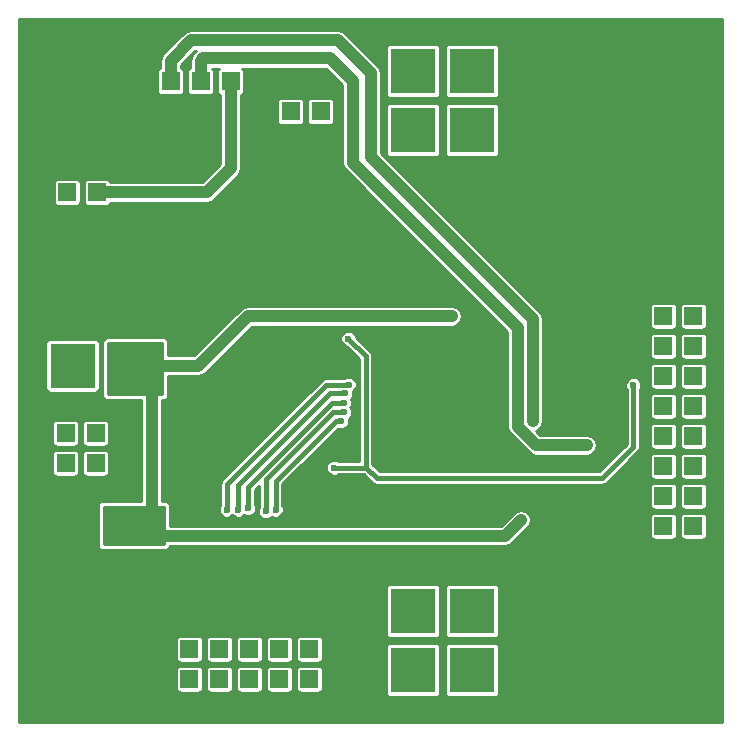
<source format=gbr>
G04 #@! TF.FileFunction,Copper,L1,Top,Signal*
%FSLAX46Y46*%
G04 Gerber Fmt 4.6, Leading zero omitted, Abs format (unit mm)*
G04 Created by KiCad (PCBNEW 0.201603091917+6614~43~ubuntu15.10.1-product) date Po 14. březen 2016, 12:16:13 CET*
%MOMM*%
G01*
G04 APERTURE LIST*
%ADD10C,0.150000*%
%ADD11R,1.300000X1.300000*%
%ADD12C,1.300000*%
%ADD13R,1.524000X1.524000*%
%ADD14R,3.810000X3.810000*%
%ADD15C,6.000000*%
%ADD16C,0.600000*%
%ADD17C,0.400000*%
%ADD18C,1.000000*%
%ADD19C,0.254000*%
G04 APERTURE END LIST*
D10*
D11*
X105410000Y-132080000D03*
D12*
X105410000Y-137080000D03*
D13*
X101282500Y-101790500D03*
X103822500Y-101790500D03*
X101282500Y-104330500D03*
X103822500Y-104330500D03*
X101282500Y-106870500D03*
X103822500Y-106870500D03*
X103695500Y-127250790D03*
X101155500Y-127250790D03*
X103695500Y-124714000D03*
X101155500Y-124714000D03*
X121793000Y-143002000D03*
X121793000Y-145542000D03*
D14*
X101743500Y-118999000D03*
X106743500Y-118999000D03*
X101743500Y-113919000D03*
X106743500Y-113919000D03*
D13*
X119253000Y-145542000D03*
X119253000Y-143002000D03*
X116713000Y-143002000D03*
X116713000Y-145542000D03*
X114173000Y-143002000D03*
X114173000Y-145542000D03*
X111633000Y-143002000D03*
X111633000Y-145542000D03*
X154305000Y-114808000D03*
X151765000Y-114808000D03*
X154305000Y-117348000D03*
X151765000Y-117348000D03*
X151765000Y-119888000D03*
X154305000Y-119888000D03*
X154305000Y-124968000D03*
X151765000Y-124968000D03*
X154305000Y-122428000D03*
X151765000Y-122428000D03*
D14*
X130556000Y-144780000D03*
X130556000Y-139780000D03*
X135572500Y-144780000D03*
X135572500Y-139780000D03*
D13*
X115125500Y-94932500D03*
X112585500Y-94932500D03*
X110045500Y-94932500D03*
X120205500Y-97472500D03*
X120205500Y-94932500D03*
X154305000Y-130048000D03*
X151765000Y-130048000D03*
X154305000Y-127508000D03*
X151765000Y-127508000D03*
X122745500Y-97472500D03*
X122745500Y-94932500D03*
X154305000Y-132588000D03*
X151765000Y-132588000D03*
D14*
X130556000Y-94060000D03*
X130556000Y-99060000D03*
X135572500Y-94060000D03*
X135572500Y-99060000D03*
D15*
X101600000Y-144780000D03*
X152400000Y-93980000D03*
X152400000Y-144780000D03*
X101600000Y-93980000D03*
D16*
X131315000Y-122050000D03*
X132215000Y-122050000D03*
X133215000Y-122050000D03*
X134115000Y-122050000D03*
X131315000Y-121150000D03*
X132215000Y-121150000D03*
X133215000Y-121150000D03*
X134115000Y-121150000D03*
X131315000Y-120150000D03*
X132215000Y-120150000D03*
X133215000Y-120150000D03*
X134115000Y-120150000D03*
X131315000Y-119250000D03*
X132215000Y-119250000D03*
X133215000Y-119250000D03*
X134115000Y-119250000D03*
X123888500Y-127635000D03*
X125095000Y-116713000D03*
X149225000Y-120650000D03*
X124206000Y-118364000D03*
X124013037Y-125123498D03*
X127000000Y-116459000D03*
X127444500Y-124650500D03*
X133858000Y-114808000D03*
X139700000Y-132080000D03*
X140716000Y-123698000D03*
X124460000Y-123698000D03*
X118935500Y-131191000D03*
X118110000Y-131318000D03*
X124714000Y-122936010D03*
X116586000Y-131064000D03*
X124714000Y-122135987D03*
X124794265Y-121340011D03*
X115760500Y-131191000D03*
X125113745Y-120606560D03*
X114808000Y-131191000D03*
X145288016Y-125730000D03*
D17*
X149225000Y-120650000D02*
X149225000Y-125857000D01*
X149225000Y-125857000D02*
X146558000Y-128524000D01*
X146558000Y-128524000D02*
X127508000Y-128524000D01*
X127508000Y-128524000D02*
X126619000Y-127635000D01*
X126619000Y-127635000D02*
X123888500Y-127635000D01*
X125095000Y-116713000D02*
X126555500Y-118173500D01*
X126555500Y-118173500D02*
X126555500Y-127571500D01*
X126555500Y-127571500D02*
X126619000Y-127635000D01*
D18*
X113093500Y-104330500D02*
X115125500Y-102298500D01*
X115125500Y-102298500D02*
X115125500Y-94932500D01*
X103822500Y-104330500D02*
X113093500Y-104330500D01*
D17*
X123888500Y-127571500D02*
X123888500Y-127635000D01*
D18*
X106743500Y-118999000D02*
X112395000Y-118999000D01*
X112395000Y-118999000D02*
X116586000Y-114808000D01*
X116586000Y-114808000D02*
X133433736Y-114808000D01*
X133433736Y-114808000D02*
X133858000Y-114808000D01*
X108458000Y-132080000D02*
X108458000Y-132461000D01*
X108458000Y-132461000D02*
X109410500Y-133413500D01*
X138366500Y-133413500D02*
X139700000Y-132080000D01*
X109410500Y-133413500D02*
X138366500Y-133413500D01*
X108458000Y-132080000D02*
X108458000Y-120713500D01*
X108458000Y-120713500D02*
X106743500Y-118999000D01*
X140716000Y-123698000D02*
X140716000Y-115062000D01*
X111776000Y-91440000D02*
X110045500Y-93170500D01*
X140716000Y-115062000D02*
X127000000Y-101346000D01*
X127000000Y-101346000D02*
X127000000Y-94234000D01*
X127000000Y-94234000D02*
X124206000Y-91440000D01*
X124206000Y-91440000D02*
X111776000Y-91440000D01*
X110045500Y-93170500D02*
X110045500Y-94932500D01*
D17*
X124035736Y-123698000D02*
X124460000Y-123698000D01*
X118935500Y-128798236D02*
X124035736Y-123698000D01*
X118935500Y-131191000D02*
X118935500Y-128798236D01*
X118110000Y-128610542D02*
X118110000Y-130893736D01*
X123784532Y-122936010D02*
X118110000Y-128610542D01*
X124714000Y-122936010D02*
X123784532Y-122936010D01*
X118110000Y-130893736D02*
X118110000Y-131318000D01*
X116586000Y-130639736D02*
X116586000Y-131064000D01*
X116586000Y-129286000D02*
X116586000Y-130639736D01*
X123736013Y-122135987D02*
X116586000Y-129286000D01*
X124714000Y-122135987D02*
X123736013Y-122135987D01*
X115760500Y-131191000D02*
X115760500Y-129095500D01*
X124370001Y-121340011D02*
X124794265Y-121340011D01*
X123515989Y-121340011D02*
X124370001Y-121340011D01*
X115760500Y-129095500D02*
X123515989Y-121340011D01*
X124689481Y-120606560D02*
X125113745Y-120606560D01*
X123233440Y-120606560D02*
X124689481Y-120606560D01*
X114808000Y-129032000D02*
X123233440Y-120606560D01*
X114808000Y-131191000D02*
X114808000Y-129032000D01*
D18*
X144863752Y-125730000D02*
X145288016Y-125730000D01*
X140970000Y-125730000D02*
X144863752Y-125730000D01*
X125476000Y-101854000D02*
X139446000Y-115824000D01*
X125476000Y-94878998D02*
X125476000Y-101854000D01*
X123561002Y-92964000D02*
X125476000Y-94878998D01*
X112792000Y-92964000D02*
X123561002Y-92964000D01*
X112585500Y-93170500D02*
X112792000Y-92964000D01*
X139446000Y-115824000D02*
X139446000Y-124206000D01*
X112585500Y-94932500D02*
X112585500Y-93170500D01*
X139446000Y-124206000D02*
X140970000Y-125730000D01*
D19*
G36*
X109347000Y-121412000D02*
X104775000Y-121412000D01*
X104775000Y-117094000D01*
X109347000Y-117094000D01*
X109347000Y-121412000D01*
X109347000Y-121412000D01*
G37*
X109347000Y-121412000D02*
X104775000Y-121412000D01*
X104775000Y-117094000D01*
X109347000Y-117094000D01*
X109347000Y-121412000D01*
G36*
X109474000Y-134112000D02*
X104394000Y-134112000D01*
X104394000Y-130937000D01*
X109474000Y-130937000D01*
X109474000Y-134112000D01*
X109474000Y-134112000D01*
G37*
X109474000Y-134112000D02*
X104394000Y-134112000D01*
X104394000Y-130937000D01*
X109474000Y-130937000D01*
X109474000Y-134112000D01*
G36*
X156774000Y-149154000D02*
X97226000Y-149154000D01*
X97226000Y-144780000D01*
X110486615Y-144780000D01*
X110486615Y-146304000D01*
X110515875Y-146451098D01*
X110599199Y-146575801D01*
X110723902Y-146659125D01*
X110871000Y-146688385D01*
X112395000Y-146688385D01*
X112542098Y-146659125D01*
X112666801Y-146575801D01*
X112750125Y-146451098D01*
X112779385Y-146304000D01*
X112779385Y-144780000D01*
X113026615Y-144780000D01*
X113026615Y-146304000D01*
X113055875Y-146451098D01*
X113139199Y-146575801D01*
X113263902Y-146659125D01*
X113411000Y-146688385D01*
X114935000Y-146688385D01*
X115082098Y-146659125D01*
X115206801Y-146575801D01*
X115290125Y-146451098D01*
X115319385Y-146304000D01*
X115319385Y-144780000D01*
X115566615Y-144780000D01*
X115566615Y-146304000D01*
X115595875Y-146451098D01*
X115679199Y-146575801D01*
X115803902Y-146659125D01*
X115951000Y-146688385D01*
X117475000Y-146688385D01*
X117622098Y-146659125D01*
X117746801Y-146575801D01*
X117830125Y-146451098D01*
X117859385Y-146304000D01*
X117859385Y-144780000D01*
X118106615Y-144780000D01*
X118106615Y-146304000D01*
X118135875Y-146451098D01*
X118219199Y-146575801D01*
X118343902Y-146659125D01*
X118491000Y-146688385D01*
X120015000Y-146688385D01*
X120162098Y-146659125D01*
X120286801Y-146575801D01*
X120370125Y-146451098D01*
X120399385Y-146304000D01*
X120399385Y-144780000D01*
X120646615Y-144780000D01*
X120646615Y-146304000D01*
X120675875Y-146451098D01*
X120759199Y-146575801D01*
X120883902Y-146659125D01*
X121031000Y-146688385D01*
X122555000Y-146688385D01*
X122702098Y-146659125D01*
X122826801Y-146575801D01*
X122910125Y-146451098D01*
X122939385Y-146304000D01*
X122939385Y-144780000D01*
X122910125Y-144632902D01*
X122826801Y-144508199D01*
X122702098Y-144424875D01*
X122555000Y-144395615D01*
X121031000Y-144395615D01*
X120883902Y-144424875D01*
X120759199Y-144508199D01*
X120675875Y-144632902D01*
X120646615Y-144780000D01*
X120399385Y-144780000D01*
X120370125Y-144632902D01*
X120286801Y-144508199D01*
X120162098Y-144424875D01*
X120015000Y-144395615D01*
X118491000Y-144395615D01*
X118343902Y-144424875D01*
X118219199Y-144508199D01*
X118135875Y-144632902D01*
X118106615Y-144780000D01*
X117859385Y-144780000D01*
X117830125Y-144632902D01*
X117746801Y-144508199D01*
X117622098Y-144424875D01*
X117475000Y-144395615D01*
X115951000Y-144395615D01*
X115803902Y-144424875D01*
X115679199Y-144508199D01*
X115595875Y-144632902D01*
X115566615Y-144780000D01*
X115319385Y-144780000D01*
X115290125Y-144632902D01*
X115206801Y-144508199D01*
X115082098Y-144424875D01*
X114935000Y-144395615D01*
X113411000Y-144395615D01*
X113263902Y-144424875D01*
X113139199Y-144508199D01*
X113055875Y-144632902D01*
X113026615Y-144780000D01*
X112779385Y-144780000D01*
X112750125Y-144632902D01*
X112666801Y-144508199D01*
X112542098Y-144424875D01*
X112395000Y-144395615D01*
X110871000Y-144395615D01*
X110723902Y-144424875D01*
X110599199Y-144508199D01*
X110515875Y-144632902D01*
X110486615Y-144780000D01*
X97226000Y-144780000D01*
X97226000Y-142240000D01*
X110486615Y-142240000D01*
X110486615Y-143764000D01*
X110515875Y-143911098D01*
X110599199Y-144035801D01*
X110723902Y-144119125D01*
X110871000Y-144148385D01*
X112395000Y-144148385D01*
X112542098Y-144119125D01*
X112666801Y-144035801D01*
X112750125Y-143911098D01*
X112779385Y-143764000D01*
X112779385Y-142240000D01*
X113026615Y-142240000D01*
X113026615Y-143764000D01*
X113055875Y-143911098D01*
X113139199Y-144035801D01*
X113263902Y-144119125D01*
X113411000Y-144148385D01*
X114935000Y-144148385D01*
X115082098Y-144119125D01*
X115206801Y-144035801D01*
X115290125Y-143911098D01*
X115319385Y-143764000D01*
X115319385Y-142240000D01*
X115566615Y-142240000D01*
X115566615Y-143764000D01*
X115595875Y-143911098D01*
X115679199Y-144035801D01*
X115803902Y-144119125D01*
X115951000Y-144148385D01*
X117475000Y-144148385D01*
X117622098Y-144119125D01*
X117746801Y-144035801D01*
X117830125Y-143911098D01*
X117859385Y-143764000D01*
X117859385Y-142240000D01*
X118106615Y-142240000D01*
X118106615Y-143764000D01*
X118135875Y-143911098D01*
X118219199Y-144035801D01*
X118343902Y-144119125D01*
X118491000Y-144148385D01*
X120015000Y-144148385D01*
X120162098Y-144119125D01*
X120286801Y-144035801D01*
X120370125Y-143911098D01*
X120399385Y-143764000D01*
X120399385Y-142240000D01*
X120646615Y-142240000D01*
X120646615Y-143764000D01*
X120675875Y-143911098D01*
X120759199Y-144035801D01*
X120883902Y-144119125D01*
X121031000Y-144148385D01*
X122555000Y-144148385D01*
X122702098Y-144119125D01*
X122826801Y-144035801D01*
X122910125Y-143911098D01*
X122939385Y-143764000D01*
X122939385Y-142875000D01*
X128266615Y-142875000D01*
X128266615Y-146685000D01*
X128295875Y-146832098D01*
X128379199Y-146956801D01*
X128503902Y-147040125D01*
X128651000Y-147069385D01*
X132461000Y-147069385D01*
X132608098Y-147040125D01*
X132732801Y-146956801D01*
X132816125Y-146832098D01*
X132845385Y-146685000D01*
X132845385Y-142875000D01*
X133283115Y-142875000D01*
X133283115Y-146685000D01*
X133312375Y-146832098D01*
X133395699Y-146956801D01*
X133520402Y-147040125D01*
X133667500Y-147069385D01*
X137477500Y-147069385D01*
X137624598Y-147040125D01*
X137749301Y-146956801D01*
X137832625Y-146832098D01*
X137861885Y-146685000D01*
X137861885Y-142875000D01*
X137832625Y-142727902D01*
X137749301Y-142603199D01*
X137624598Y-142519875D01*
X137477500Y-142490615D01*
X133667500Y-142490615D01*
X133520402Y-142519875D01*
X133395699Y-142603199D01*
X133312375Y-142727902D01*
X133283115Y-142875000D01*
X132845385Y-142875000D01*
X132816125Y-142727902D01*
X132732801Y-142603199D01*
X132608098Y-142519875D01*
X132461000Y-142490615D01*
X128651000Y-142490615D01*
X128503902Y-142519875D01*
X128379199Y-142603199D01*
X128295875Y-142727902D01*
X128266615Y-142875000D01*
X122939385Y-142875000D01*
X122939385Y-142240000D01*
X122910125Y-142092902D01*
X122826801Y-141968199D01*
X122702098Y-141884875D01*
X122555000Y-141855615D01*
X121031000Y-141855615D01*
X120883902Y-141884875D01*
X120759199Y-141968199D01*
X120675875Y-142092902D01*
X120646615Y-142240000D01*
X120399385Y-142240000D01*
X120370125Y-142092902D01*
X120286801Y-141968199D01*
X120162098Y-141884875D01*
X120015000Y-141855615D01*
X118491000Y-141855615D01*
X118343902Y-141884875D01*
X118219199Y-141968199D01*
X118135875Y-142092902D01*
X118106615Y-142240000D01*
X117859385Y-142240000D01*
X117830125Y-142092902D01*
X117746801Y-141968199D01*
X117622098Y-141884875D01*
X117475000Y-141855615D01*
X115951000Y-141855615D01*
X115803902Y-141884875D01*
X115679199Y-141968199D01*
X115595875Y-142092902D01*
X115566615Y-142240000D01*
X115319385Y-142240000D01*
X115290125Y-142092902D01*
X115206801Y-141968199D01*
X115082098Y-141884875D01*
X114935000Y-141855615D01*
X113411000Y-141855615D01*
X113263902Y-141884875D01*
X113139199Y-141968199D01*
X113055875Y-142092902D01*
X113026615Y-142240000D01*
X112779385Y-142240000D01*
X112750125Y-142092902D01*
X112666801Y-141968199D01*
X112542098Y-141884875D01*
X112395000Y-141855615D01*
X110871000Y-141855615D01*
X110723902Y-141884875D01*
X110599199Y-141968199D01*
X110515875Y-142092902D01*
X110486615Y-142240000D01*
X97226000Y-142240000D01*
X97226000Y-137875000D01*
X128266615Y-137875000D01*
X128266615Y-141685000D01*
X128295875Y-141832098D01*
X128379199Y-141956801D01*
X128503902Y-142040125D01*
X128651000Y-142069385D01*
X132461000Y-142069385D01*
X132608098Y-142040125D01*
X132732801Y-141956801D01*
X132816125Y-141832098D01*
X132845385Y-141685000D01*
X132845385Y-137875000D01*
X133283115Y-137875000D01*
X133283115Y-141685000D01*
X133312375Y-141832098D01*
X133395699Y-141956801D01*
X133520402Y-142040125D01*
X133667500Y-142069385D01*
X137477500Y-142069385D01*
X137624598Y-142040125D01*
X137749301Y-141956801D01*
X137832625Y-141832098D01*
X137861885Y-141685000D01*
X137861885Y-137875000D01*
X137832625Y-137727902D01*
X137749301Y-137603199D01*
X137624598Y-137519875D01*
X137477500Y-137490615D01*
X133667500Y-137490615D01*
X133520402Y-137519875D01*
X133395699Y-137603199D01*
X133312375Y-137727902D01*
X133283115Y-137875000D01*
X132845385Y-137875000D01*
X132816125Y-137727902D01*
X132732801Y-137603199D01*
X132608098Y-137519875D01*
X132461000Y-137490615D01*
X128651000Y-137490615D01*
X128503902Y-137519875D01*
X128379199Y-137603199D01*
X128295875Y-137727902D01*
X128266615Y-137875000D01*
X97226000Y-137875000D01*
X97226000Y-130810000D01*
X103890000Y-130810000D01*
X103890000Y-134239000D01*
X103918697Y-134383272D01*
X104000421Y-134505579D01*
X104122728Y-134587303D01*
X104267000Y-134616000D01*
X109601000Y-134616000D01*
X109745272Y-134587303D01*
X109867579Y-134505579D01*
X109949303Y-134383272D01*
X109967756Y-134290500D01*
X138366500Y-134290500D01*
X138702113Y-134223742D01*
X138986633Y-134033633D01*
X138986634Y-134033632D01*
X140320133Y-132700132D01*
X140510242Y-132415613D01*
X140577001Y-132080000D01*
X140526477Y-131826000D01*
X150618615Y-131826000D01*
X150618615Y-133350000D01*
X150647875Y-133497098D01*
X150731199Y-133621801D01*
X150855902Y-133705125D01*
X151003000Y-133734385D01*
X152527000Y-133734385D01*
X152674098Y-133705125D01*
X152798801Y-133621801D01*
X152882125Y-133497098D01*
X152911385Y-133350000D01*
X152911385Y-131826000D01*
X153158615Y-131826000D01*
X153158615Y-133350000D01*
X153187875Y-133497098D01*
X153271199Y-133621801D01*
X153395902Y-133705125D01*
X153543000Y-133734385D01*
X155067000Y-133734385D01*
X155214098Y-133705125D01*
X155338801Y-133621801D01*
X155422125Y-133497098D01*
X155451385Y-133350000D01*
X155451385Y-131826000D01*
X155422125Y-131678902D01*
X155338801Y-131554199D01*
X155214098Y-131470875D01*
X155067000Y-131441615D01*
X153543000Y-131441615D01*
X153395902Y-131470875D01*
X153271199Y-131554199D01*
X153187875Y-131678902D01*
X153158615Y-131826000D01*
X152911385Y-131826000D01*
X152882125Y-131678902D01*
X152798801Y-131554199D01*
X152674098Y-131470875D01*
X152527000Y-131441615D01*
X151003000Y-131441615D01*
X150855902Y-131470875D01*
X150731199Y-131554199D01*
X150647875Y-131678902D01*
X150618615Y-131826000D01*
X140526477Y-131826000D01*
X140510242Y-131744386D01*
X140320133Y-131459867D01*
X140035614Y-131269758D01*
X139700000Y-131202999D01*
X139364387Y-131269758D01*
X139079868Y-131459867D01*
X138003234Y-132536500D01*
X109978000Y-132536500D01*
X109978000Y-131325073D01*
X114130883Y-131325073D01*
X114233733Y-131573989D01*
X114424010Y-131764598D01*
X114672746Y-131867882D01*
X114942073Y-131868117D01*
X115190989Y-131765267D01*
X115284246Y-131672173D01*
X115376510Y-131764598D01*
X115625246Y-131867882D01*
X115894573Y-131868117D01*
X116143489Y-131765267D01*
X116251002Y-131657941D01*
X116450746Y-131740882D01*
X116720073Y-131741117D01*
X116968989Y-131638267D01*
X117159598Y-131447990D01*
X117262882Y-131199254D01*
X117263117Y-130929927D01*
X117163000Y-130687625D01*
X117163000Y-129525002D01*
X117533000Y-129155002D01*
X117533000Y-130942203D01*
X117433118Y-131182746D01*
X117432883Y-131452073D01*
X117535733Y-131700989D01*
X117726010Y-131891598D01*
X117974746Y-131994882D01*
X118244073Y-131995117D01*
X118492989Y-131892267D01*
X118600502Y-131784941D01*
X118800246Y-131867882D01*
X119069573Y-131868117D01*
X119318489Y-131765267D01*
X119509098Y-131574990D01*
X119612382Y-131326254D01*
X119612617Y-131056927D01*
X119512500Y-130814625D01*
X119512500Y-129286000D01*
X150618615Y-129286000D01*
X150618615Y-130810000D01*
X150647875Y-130957098D01*
X150731199Y-131081801D01*
X150855902Y-131165125D01*
X151003000Y-131194385D01*
X152527000Y-131194385D01*
X152674098Y-131165125D01*
X152798801Y-131081801D01*
X152882125Y-130957098D01*
X152911385Y-130810000D01*
X152911385Y-129286000D01*
X153158615Y-129286000D01*
X153158615Y-130810000D01*
X153187875Y-130957098D01*
X153271199Y-131081801D01*
X153395902Y-131165125D01*
X153543000Y-131194385D01*
X155067000Y-131194385D01*
X155214098Y-131165125D01*
X155338801Y-131081801D01*
X155422125Y-130957098D01*
X155451385Y-130810000D01*
X155451385Y-129286000D01*
X155422125Y-129138902D01*
X155338801Y-129014199D01*
X155214098Y-128930875D01*
X155067000Y-128901615D01*
X153543000Y-128901615D01*
X153395902Y-128930875D01*
X153271199Y-129014199D01*
X153187875Y-129138902D01*
X153158615Y-129286000D01*
X152911385Y-129286000D01*
X152882125Y-129138902D01*
X152798801Y-129014199D01*
X152674098Y-128930875D01*
X152527000Y-128901615D01*
X151003000Y-128901615D01*
X150855902Y-128930875D01*
X150731199Y-129014199D01*
X150647875Y-129138902D01*
X150618615Y-129286000D01*
X119512500Y-129286000D01*
X119512500Y-129037238D01*
X120780665Y-127769073D01*
X123211383Y-127769073D01*
X123314233Y-128017989D01*
X123504510Y-128208598D01*
X123753246Y-128311882D01*
X124022573Y-128312117D01*
X124264875Y-128212000D01*
X126379998Y-128212000D01*
X127099999Y-128932001D01*
X127287192Y-129057078D01*
X127508000Y-129101001D01*
X127508005Y-129101000D01*
X146557995Y-129101000D01*
X146558000Y-129101001D01*
X146778808Y-129057078D01*
X146966001Y-128932001D01*
X149152001Y-126746000D01*
X150618615Y-126746000D01*
X150618615Y-128270000D01*
X150647875Y-128417098D01*
X150731199Y-128541801D01*
X150855902Y-128625125D01*
X151003000Y-128654385D01*
X152527000Y-128654385D01*
X152674098Y-128625125D01*
X152798801Y-128541801D01*
X152882125Y-128417098D01*
X152911385Y-128270000D01*
X152911385Y-126746000D01*
X153158615Y-126746000D01*
X153158615Y-128270000D01*
X153187875Y-128417098D01*
X153271199Y-128541801D01*
X153395902Y-128625125D01*
X153543000Y-128654385D01*
X155067000Y-128654385D01*
X155214098Y-128625125D01*
X155338801Y-128541801D01*
X155422125Y-128417098D01*
X155451385Y-128270000D01*
X155451385Y-126746000D01*
X155422125Y-126598902D01*
X155338801Y-126474199D01*
X155214098Y-126390875D01*
X155067000Y-126361615D01*
X153543000Y-126361615D01*
X153395902Y-126390875D01*
X153271199Y-126474199D01*
X153187875Y-126598902D01*
X153158615Y-126746000D01*
X152911385Y-126746000D01*
X152882125Y-126598902D01*
X152798801Y-126474199D01*
X152674098Y-126390875D01*
X152527000Y-126361615D01*
X151003000Y-126361615D01*
X150855902Y-126390875D01*
X150731199Y-126474199D01*
X150647875Y-126598902D01*
X150618615Y-126746000D01*
X149152001Y-126746000D01*
X149632998Y-126265003D01*
X149633001Y-126265001D01*
X149758078Y-126077808D01*
X149773197Y-126001801D01*
X149802001Y-125857000D01*
X149802000Y-125856995D01*
X149802000Y-124206000D01*
X150618615Y-124206000D01*
X150618615Y-125730000D01*
X150647875Y-125877098D01*
X150731199Y-126001801D01*
X150855902Y-126085125D01*
X151003000Y-126114385D01*
X152527000Y-126114385D01*
X152674098Y-126085125D01*
X152798801Y-126001801D01*
X152882125Y-125877098D01*
X152911385Y-125730000D01*
X152911385Y-124206000D01*
X153158615Y-124206000D01*
X153158615Y-125730000D01*
X153187875Y-125877098D01*
X153271199Y-126001801D01*
X153395902Y-126085125D01*
X153543000Y-126114385D01*
X155067000Y-126114385D01*
X155214098Y-126085125D01*
X155338801Y-126001801D01*
X155422125Y-125877098D01*
X155451385Y-125730000D01*
X155451385Y-124206000D01*
X155422125Y-124058902D01*
X155338801Y-123934199D01*
X155214098Y-123850875D01*
X155067000Y-123821615D01*
X153543000Y-123821615D01*
X153395902Y-123850875D01*
X153271199Y-123934199D01*
X153187875Y-124058902D01*
X153158615Y-124206000D01*
X152911385Y-124206000D01*
X152882125Y-124058902D01*
X152798801Y-123934199D01*
X152674098Y-123850875D01*
X152527000Y-123821615D01*
X151003000Y-123821615D01*
X150855902Y-123850875D01*
X150731199Y-123934199D01*
X150647875Y-124058902D01*
X150618615Y-124206000D01*
X149802000Y-124206000D01*
X149802000Y-121666000D01*
X150618615Y-121666000D01*
X150618615Y-123190000D01*
X150647875Y-123337098D01*
X150731199Y-123461801D01*
X150855902Y-123545125D01*
X151003000Y-123574385D01*
X152527000Y-123574385D01*
X152674098Y-123545125D01*
X152798801Y-123461801D01*
X152882125Y-123337098D01*
X152911385Y-123190000D01*
X152911385Y-121666000D01*
X153158615Y-121666000D01*
X153158615Y-123190000D01*
X153187875Y-123337098D01*
X153271199Y-123461801D01*
X153395902Y-123545125D01*
X153543000Y-123574385D01*
X155067000Y-123574385D01*
X155214098Y-123545125D01*
X155338801Y-123461801D01*
X155422125Y-123337098D01*
X155451385Y-123190000D01*
X155451385Y-121666000D01*
X155422125Y-121518902D01*
X155338801Y-121394199D01*
X155214098Y-121310875D01*
X155067000Y-121281615D01*
X153543000Y-121281615D01*
X153395902Y-121310875D01*
X153271199Y-121394199D01*
X153187875Y-121518902D01*
X153158615Y-121666000D01*
X152911385Y-121666000D01*
X152882125Y-121518902D01*
X152798801Y-121394199D01*
X152674098Y-121310875D01*
X152527000Y-121281615D01*
X151003000Y-121281615D01*
X150855902Y-121310875D01*
X150731199Y-121394199D01*
X150647875Y-121518902D01*
X150618615Y-121666000D01*
X149802000Y-121666000D01*
X149802000Y-121025797D01*
X149901882Y-120785254D01*
X149902117Y-120515927D01*
X149799267Y-120267011D01*
X149608990Y-120076402D01*
X149360254Y-119973118D01*
X149090927Y-119972883D01*
X148842011Y-120075733D01*
X148651402Y-120266010D01*
X148548118Y-120514746D01*
X148547883Y-120784073D01*
X148648000Y-121026375D01*
X148648000Y-125617999D01*
X146318998Y-127947000D01*
X127747002Y-127947000D01*
X127132500Y-127332498D01*
X127132500Y-118173505D01*
X127132501Y-118173500D01*
X127088578Y-117952692D01*
X126963501Y-117765499D01*
X125768729Y-116570727D01*
X125669267Y-116330011D01*
X125478990Y-116139402D01*
X125230254Y-116036118D01*
X124960927Y-116035883D01*
X124712011Y-116138733D01*
X124521402Y-116329010D01*
X124418118Y-116577746D01*
X124417883Y-116847073D01*
X124520733Y-117095989D01*
X124711010Y-117286598D01*
X124953135Y-117387137D01*
X125978500Y-118412502D01*
X125978500Y-127058000D01*
X124264297Y-127058000D01*
X124023754Y-126958118D01*
X123754427Y-126957883D01*
X123505511Y-127060733D01*
X123314902Y-127251010D01*
X123211618Y-127499746D01*
X123211383Y-127769073D01*
X120780665Y-127769073D01*
X124218834Y-124330904D01*
X124324746Y-124374882D01*
X124594073Y-124375117D01*
X124842989Y-124272267D01*
X125033598Y-124081990D01*
X125136882Y-123833254D01*
X125137117Y-123563927D01*
X125109704Y-123497584D01*
X125287598Y-123320000D01*
X125390882Y-123071264D01*
X125391117Y-122801937D01*
X125288267Y-122553021D01*
X125271411Y-122536136D01*
X125287598Y-122519977D01*
X125390882Y-122271241D01*
X125391117Y-122001914D01*
X125303028Y-121788723D01*
X125367863Y-121724001D01*
X125471147Y-121475265D01*
X125471382Y-121205938D01*
X125466217Y-121193437D01*
X125496734Y-121180827D01*
X125687343Y-120990550D01*
X125790627Y-120741814D01*
X125790862Y-120472487D01*
X125688012Y-120223571D01*
X125497735Y-120032962D01*
X125248999Y-119929678D01*
X124979672Y-119929443D01*
X124737370Y-120029560D01*
X123233445Y-120029560D01*
X123233440Y-120029559D01*
X123015055Y-120073000D01*
X123012632Y-120073482D01*
X122825439Y-120198559D01*
X122825437Y-120198562D01*
X114399999Y-128623999D01*
X114274922Y-128811192D01*
X114230999Y-129032000D01*
X114231000Y-129032005D01*
X114231000Y-130815203D01*
X114131118Y-131055746D01*
X114130883Y-131325073D01*
X109978000Y-131325073D01*
X109978000Y-130810000D01*
X109949303Y-130665728D01*
X109867579Y-130543421D01*
X109745272Y-130461697D01*
X109601000Y-130433000D01*
X109335000Y-130433000D01*
X109335000Y-121916000D01*
X109474000Y-121916000D01*
X109618272Y-121887303D01*
X109740579Y-121805579D01*
X109822303Y-121683272D01*
X109851000Y-121539000D01*
X109851000Y-119876000D01*
X112395000Y-119876000D01*
X112730613Y-119809242D01*
X113015133Y-119619133D01*
X116949266Y-115685000D01*
X133858000Y-115685000D01*
X134193613Y-115618242D01*
X134478133Y-115428133D01*
X134668242Y-115143613D01*
X134735000Y-114808000D01*
X134668242Y-114472387D01*
X134478133Y-114187867D01*
X134193613Y-113997758D01*
X133858000Y-113931000D01*
X116586000Y-113931000D01*
X116250387Y-113997758D01*
X115965867Y-114187867D01*
X112031734Y-118122000D01*
X109851000Y-118122000D01*
X109851000Y-116967000D01*
X109822303Y-116822728D01*
X109740579Y-116700421D01*
X109618272Y-116618697D01*
X109474000Y-116590000D01*
X104648000Y-116590000D01*
X104503728Y-116618697D01*
X104381421Y-116700421D01*
X104299697Y-116822728D01*
X104271000Y-116967000D01*
X104271000Y-121539000D01*
X104299697Y-121683272D01*
X104381421Y-121805579D01*
X104503728Y-121887303D01*
X104648000Y-121916000D01*
X107581000Y-121916000D01*
X107581000Y-130433000D01*
X104267000Y-130433000D01*
X104122728Y-130461697D01*
X104000421Y-130543421D01*
X103918697Y-130665728D01*
X103890000Y-130810000D01*
X97226000Y-130810000D01*
X97226000Y-126488790D01*
X100009115Y-126488790D01*
X100009115Y-128012790D01*
X100038375Y-128159888D01*
X100121699Y-128284591D01*
X100246402Y-128367915D01*
X100393500Y-128397175D01*
X101917500Y-128397175D01*
X102064598Y-128367915D01*
X102189301Y-128284591D01*
X102272625Y-128159888D01*
X102301885Y-128012790D01*
X102301885Y-126488790D01*
X102549115Y-126488790D01*
X102549115Y-128012790D01*
X102578375Y-128159888D01*
X102661699Y-128284591D01*
X102786402Y-128367915D01*
X102933500Y-128397175D01*
X104457500Y-128397175D01*
X104604598Y-128367915D01*
X104729301Y-128284591D01*
X104812625Y-128159888D01*
X104841885Y-128012790D01*
X104841885Y-126488790D01*
X104812625Y-126341692D01*
X104729301Y-126216989D01*
X104604598Y-126133665D01*
X104457500Y-126104405D01*
X102933500Y-126104405D01*
X102786402Y-126133665D01*
X102661699Y-126216989D01*
X102578375Y-126341692D01*
X102549115Y-126488790D01*
X102301885Y-126488790D01*
X102272625Y-126341692D01*
X102189301Y-126216989D01*
X102064598Y-126133665D01*
X101917500Y-126104405D01*
X100393500Y-126104405D01*
X100246402Y-126133665D01*
X100121699Y-126216989D01*
X100038375Y-126341692D01*
X100009115Y-126488790D01*
X97226000Y-126488790D01*
X97226000Y-123952000D01*
X100009115Y-123952000D01*
X100009115Y-125476000D01*
X100038375Y-125623098D01*
X100121699Y-125747801D01*
X100246402Y-125831125D01*
X100393500Y-125860385D01*
X101917500Y-125860385D01*
X102064598Y-125831125D01*
X102189301Y-125747801D01*
X102272625Y-125623098D01*
X102301885Y-125476000D01*
X102301885Y-123952000D01*
X102549115Y-123952000D01*
X102549115Y-125476000D01*
X102578375Y-125623098D01*
X102661699Y-125747801D01*
X102786402Y-125831125D01*
X102933500Y-125860385D01*
X104457500Y-125860385D01*
X104604598Y-125831125D01*
X104729301Y-125747801D01*
X104812625Y-125623098D01*
X104841885Y-125476000D01*
X104841885Y-123952000D01*
X104812625Y-123804902D01*
X104729301Y-123680199D01*
X104604598Y-123596875D01*
X104457500Y-123567615D01*
X102933500Y-123567615D01*
X102786402Y-123596875D01*
X102661699Y-123680199D01*
X102578375Y-123804902D01*
X102549115Y-123952000D01*
X102301885Y-123952000D01*
X102272625Y-123804902D01*
X102189301Y-123680199D01*
X102064598Y-123596875D01*
X101917500Y-123567615D01*
X100393500Y-123567615D01*
X100246402Y-123596875D01*
X100121699Y-123680199D01*
X100038375Y-123804902D01*
X100009115Y-123952000D01*
X97226000Y-123952000D01*
X97226000Y-117094000D01*
X99454115Y-117094000D01*
X99454115Y-120904000D01*
X99483375Y-121051098D01*
X99566699Y-121175801D01*
X99691402Y-121259125D01*
X99838500Y-121288385D01*
X103648500Y-121288385D01*
X103795598Y-121259125D01*
X103920301Y-121175801D01*
X104003625Y-121051098D01*
X104032885Y-120904000D01*
X104032885Y-117094000D01*
X104003625Y-116946902D01*
X103920301Y-116822199D01*
X103795598Y-116738875D01*
X103648500Y-116709615D01*
X99838500Y-116709615D01*
X99691402Y-116738875D01*
X99566699Y-116822199D01*
X99483375Y-116946902D01*
X99454115Y-117094000D01*
X97226000Y-117094000D01*
X97226000Y-103568500D01*
X100136115Y-103568500D01*
X100136115Y-105092500D01*
X100165375Y-105239598D01*
X100248699Y-105364301D01*
X100373402Y-105447625D01*
X100520500Y-105476885D01*
X102044500Y-105476885D01*
X102191598Y-105447625D01*
X102316301Y-105364301D01*
X102399625Y-105239598D01*
X102428885Y-105092500D01*
X102428885Y-103568500D01*
X102676115Y-103568500D01*
X102676115Y-105092500D01*
X102705375Y-105239598D01*
X102788699Y-105364301D01*
X102913402Y-105447625D01*
X103060500Y-105476885D01*
X104584500Y-105476885D01*
X104731598Y-105447625D01*
X104856301Y-105364301D01*
X104939625Y-105239598D01*
X104946010Y-105207500D01*
X113093500Y-105207500D01*
X113429113Y-105140742D01*
X113713633Y-104950633D01*
X115745633Y-102918633D01*
X115935742Y-102634113D01*
X116002501Y-102298500D01*
X116002500Y-102298495D01*
X116002500Y-96710500D01*
X119059115Y-96710500D01*
X119059115Y-98234500D01*
X119088375Y-98381598D01*
X119171699Y-98506301D01*
X119296402Y-98589625D01*
X119443500Y-98618885D01*
X120967500Y-98618885D01*
X121114598Y-98589625D01*
X121239301Y-98506301D01*
X121322625Y-98381598D01*
X121351885Y-98234500D01*
X121351885Y-96710500D01*
X121599115Y-96710500D01*
X121599115Y-98234500D01*
X121628375Y-98381598D01*
X121711699Y-98506301D01*
X121836402Y-98589625D01*
X121983500Y-98618885D01*
X123507500Y-98618885D01*
X123654598Y-98589625D01*
X123779301Y-98506301D01*
X123862625Y-98381598D01*
X123891885Y-98234500D01*
X123891885Y-96710500D01*
X123862625Y-96563402D01*
X123779301Y-96438699D01*
X123654598Y-96355375D01*
X123507500Y-96326115D01*
X121983500Y-96326115D01*
X121836402Y-96355375D01*
X121711699Y-96438699D01*
X121628375Y-96563402D01*
X121599115Y-96710500D01*
X121351885Y-96710500D01*
X121322625Y-96563402D01*
X121239301Y-96438699D01*
X121114598Y-96355375D01*
X120967500Y-96326115D01*
X119443500Y-96326115D01*
X119296402Y-96355375D01*
X119171699Y-96438699D01*
X119088375Y-96563402D01*
X119059115Y-96710500D01*
X116002500Y-96710500D01*
X116002500Y-96056010D01*
X116034598Y-96049625D01*
X116159301Y-95966301D01*
X116242625Y-95841598D01*
X116271885Y-95694500D01*
X116271885Y-94170500D01*
X116242625Y-94023402D01*
X116159301Y-93898699D01*
X116072948Y-93841000D01*
X123197736Y-93841000D01*
X124599000Y-95242264D01*
X124599000Y-101854000D01*
X124665758Y-102189613D01*
X124855867Y-102474133D01*
X138569000Y-116187265D01*
X138569000Y-124206000D01*
X138635758Y-124541613D01*
X138825867Y-124826133D01*
X140349865Y-126350130D01*
X140349867Y-126350133D01*
X140475384Y-126434000D01*
X140634386Y-126540242D01*
X140970000Y-126607000D01*
X145288016Y-126607000D01*
X145623629Y-126540242D01*
X145908149Y-126350133D01*
X146098258Y-126065613D01*
X146165016Y-125730000D01*
X146098258Y-125394387D01*
X145908149Y-125109867D01*
X145623629Y-124919758D01*
X145288016Y-124853000D01*
X141333265Y-124853000D01*
X140998977Y-124518712D01*
X141051613Y-124508242D01*
X141336133Y-124318133D01*
X141526242Y-124033613D01*
X141593000Y-123698000D01*
X141593000Y-119126000D01*
X150618615Y-119126000D01*
X150618615Y-120650000D01*
X150647875Y-120797098D01*
X150731199Y-120921801D01*
X150855902Y-121005125D01*
X151003000Y-121034385D01*
X152527000Y-121034385D01*
X152674098Y-121005125D01*
X152798801Y-120921801D01*
X152882125Y-120797098D01*
X152911385Y-120650000D01*
X152911385Y-119126000D01*
X153158615Y-119126000D01*
X153158615Y-120650000D01*
X153187875Y-120797098D01*
X153271199Y-120921801D01*
X153395902Y-121005125D01*
X153543000Y-121034385D01*
X155067000Y-121034385D01*
X155214098Y-121005125D01*
X155338801Y-120921801D01*
X155422125Y-120797098D01*
X155451385Y-120650000D01*
X155451385Y-119126000D01*
X155422125Y-118978902D01*
X155338801Y-118854199D01*
X155214098Y-118770875D01*
X155067000Y-118741615D01*
X153543000Y-118741615D01*
X153395902Y-118770875D01*
X153271199Y-118854199D01*
X153187875Y-118978902D01*
X153158615Y-119126000D01*
X152911385Y-119126000D01*
X152882125Y-118978902D01*
X152798801Y-118854199D01*
X152674098Y-118770875D01*
X152527000Y-118741615D01*
X151003000Y-118741615D01*
X150855902Y-118770875D01*
X150731199Y-118854199D01*
X150647875Y-118978902D01*
X150618615Y-119126000D01*
X141593000Y-119126000D01*
X141593000Y-116586000D01*
X150618615Y-116586000D01*
X150618615Y-118110000D01*
X150647875Y-118257098D01*
X150731199Y-118381801D01*
X150855902Y-118465125D01*
X151003000Y-118494385D01*
X152527000Y-118494385D01*
X152674098Y-118465125D01*
X152798801Y-118381801D01*
X152882125Y-118257098D01*
X152911385Y-118110000D01*
X152911385Y-116586000D01*
X153158615Y-116586000D01*
X153158615Y-118110000D01*
X153187875Y-118257098D01*
X153271199Y-118381801D01*
X153395902Y-118465125D01*
X153543000Y-118494385D01*
X155067000Y-118494385D01*
X155214098Y-118465125D01*
X155338801Y-118381801D01*
X155422125Y-118257098D01*
X155451385Y-118110000D01*
X155451385Y-116586000D01*
X155422125Y-116438902D01*
X155338801Y-116314199D01*
X155214098Y-116230875D01*
X155067000Y-116201615D01*
X153543000Y-116201615D01*
X153395902Y-116230875D01*
X153271199Y-116314199D01*
X153187875Y-116438902D01*
X153158615Y-116586000D01*
X152911385Y-116586000D01*
X152882125Y-116438902D01*
X152798801Y-116314199D01*
X152674098Y-116230875D01*
X152527000Y-116201615D01*
X151003000Y-116201615D01*
X150855902Y-116230875D01*
X150731199Y-116314199D01*
X150647875Y-116438902D01*
X150618615Y-116586000D01*
X141593000Y-116586000D01*
X141593000Y-115062000D01*
X141526242Y-114726387D01*
X141526242Y-114726386D01*
X141450095Y-114612424D01*
X141336133Y-114441867D01*
X141336130Y-114441865D01*
X140940266Y-114046000D01*
X150618615Y-114046000D01*
X150618615Y-115570000D01*
X150647875Y-115717098D01*
X150731199Y-115841801D01*
X150855902Y-115925125D01*
X151003000Y-115954385D01*
X152527000Y-115954385D01*
X152674098Y-115925125D01*
X152798801Y-115841801D01*
X152882125Y-115717098D01*
X152911385Y-115570000D01*
X152911385Y-114046000D01*
X153158615Y-114046000D01*
X153158615Y-115570000D01*
X153187875Y-115717098D01*
X153271199Y-115841801D01*
X153395902Y-115925125D01*
X153543000Y-115954385D01*
X155067000Y-115954385D01*
X155214098Y-115925125D01*
X155338801Y-115841801D01*
X155422125Y-115717098D01*
X155451385Y-115570000D01*
X155451385Y-114046000D01*
X155422125Y-113898902D01*
X155338801Y-113774199D01*
X155214098Y-113690875D01*
X155067000Y-113661615D01*
X153543000Y-113661615D01*
X153395902Y-113690875D01*
X153271199Y-113774199D01*
X153187875Y-113898902D01*
X153158615Y-114046000D01*
X152911385Y-114046000D01*
X152882125Y-113898902D01*
X152798801Y-113774199D01*
X152674098Y-113690875D01*
X152527000Y-113661615D01*
X151003000Y-113661615D01*
X150855902Y-113690875D01*
X150731199Y-113774199D01*
X150647875Y-113898902D01*
X150618615Y-114046000D01*
X140940266Y-114046000D01*
X127877000Y-100982734D01*
X127877000Y-97155000D01*
X128266615Y-97155000D01*
X128266615Y-100965000D01*
X128295875Y-101112098D01*
X128379199Y-101236801D01*
X128503902Y-101320125D01*
X128651000Y-101349385D01*
X132461000Y-101349385D01*
X132608098Y-101320125D01*
X132732801Y-101236801D01*
X132816125Y-101112098D01*
X132845385Y-100965000D01*
X132845385Y-97155000D01*
X133283115Y-97155000D01*
X133283115Y-100965000D01*
X133312375Y-101112098D01*
X133395699Y-101236801D01*
X133520402Y-101320125D01*
X133667500Y-101349385D01*
X137477500Y-101349385D01*
X137624598Y-101320125D01*
X137749301Y-101236801D01*
X137832625Y-101112098D01*
X137861885Y-100965000D01*
X137861885Y-97155000D01*
X137832625Y-97007902D01*
X137749301Y-96883199D01*
X137624598Y-96799875D01*
X137477500Y-96770615D01*
X133667500Y-96770615D01*
X133520402Y-96799875D01*
X133395699Y-96883199D01*
X133312375Y-97007902D01*
X133283115Y-97155000D01*
X132845385Y-97155000D01*
X132816125Y-97007902D01*
X132732801Y-96883199D01*
X132608098Y-96799875D01*
X132461000Y-96770615D01*
X128651000Y-96770615D01*
X128503902Y-96799875D01*
X128379199Y-96883199D01*
X128295875Y-97007902D01*
X128266615Y-97155000D01*
X127877000Y-97155000D01*
X127877000Y-94234005D01*
X127877001Y-94234000D01*
X127810242Y-93898387D01*
X127771897Y-93841000D01*
X127620133Y-93613867D01*
X127620130Y-93613865D01*
X126161266Y-92155000D01*
X128266615Y-92155000D01*
X128266615Y-95965000D01*
X128295875Y-96112098D01*
X128379199Y-96236801D01*
X128503902Y-96320125D01*
X128651000Y-96349385D01*
X132461000Y-96349385D01*
X132608098Y-96320125D01*
X132732801Y-96236801D01*
X132816125Y-96112098D01*
X132845385Y-95965000D01*
X132845385Y-92155000D01*
X133283115Y-92155000D01*
X133283115Y-95965000D01*
X133312375Y-96112098D01*
X133395699Y-96236801D01*
X133520402Y-96320125D01*
X133667500Y-96349385D01*
X137477500Y-96349385D01*
X137624598Y-96320125D01*
X137749301Y-96236801D01*
X137832625Y-96112098D01*
X137861885Y-95965000D01*
X137861885Y-92155000D01*
X137832625Y-92007902D01*
X137749301Y-91883199D01*
X137624598Y-91799875D01*
X137477500Y-91770615D01*
X133667500Y-91770615D01*
X133520402Y-91799875D01*
X133395699Y-91883199D01*
X133312375Y-92007902D01*
X133283115Y-92155000D01*
X132845385Y-92155000D01*
X132816125Y-92007902D01*
X132732801Y-91883199D01*
X132608098Y-91799875D01*
X132461000Y-91770615D01*
X128651000Y-91770615D01*
X128503902Y-91799875D01*
X128379199Y-91883199D01*
X128295875Y-92007902D01*
X128266615Y-92155000D01*
X126161266Y-92155000D01*
X124826133Y-90819867D01*
X124541613Y-90629758D01*
X124206000Y-90563000D01*
X111776005Y-90563000D01*
X111776000Y-90562999D01*
X111440387Y-90629758D01*
X111155867Y-90819867D01*
X111155865Y-90819870D01*
X109425367Y-92550367D01*
X109235258Y-92834887D01*
X109168500Y-93170500D01*
X109168500Y-93808990D01*
X109136402Y-93815375D01*
X109011699Y-93898699D01*
X108928375Y-94023402D01*
X108899115Y-94170500D01*
X108899115Y-95694500D01*
X108928375Y-95841598D01*
X109011699Y-95966301D01*
X109136402Y-96049625D01*
X109283500Y-96078885D01*
X110807500Y-96078885D01*
X110954598Y-96049625D01*
X111079301Y-95966301D01*
X111162625Y-95841598D01*
X111191885Y-95694500D01*
X111191885Y-94170500D01*
X111162625Y-94023402D01*
X111079301Y-93898699D01*
X110954598Y-93815375D01*
X110922500Y-93808990D01*
X110922500Y-93533766D01*
X112139265Y-92317000D01*
X112212077Y-92317000D01*
X112171867Y-92343867D01*
X111965367Y-92550367D01*
X111775258Y-92834887D01*
X111708500Y-93170500D01*
X111708500Y-93808990D01*
X111676402Y-93815375D01*
X111551699Y-93898699D01*
X111468375Y-94023402D01*
X111439115Y-94170500D01*
X111439115Y-95694500D01*
X111468375Y-95841598D01*
X111551699Y-95966301D01*
X111676402Y-96049625D01*
X111823500Y-96078885D01*
X113347500Y-96078885D01*
X113494598Y-96049625D01*
X113619301Y-95966301D01*
X113702625Y-95841598D01*
X113731885Y-95694500D01*
X113731885Y-94170500D01*
X113702625Y-94023402D01*
X113619301Y-93898699D01*
X113532948Y-93841000D01*
X114178052Y-93841000D01*
X114091699Y-93898699D01*
X114008375Y-94023402D01*
X113979115Y-94170500D01*
X113979115Y-95694500D01*
X114008375Y-95841598D01*
X114091699Y-95966301D01*
X114216402Y-96049625D01*
X114248500Y-96056010D01*
X114248500Y-101935234D01*
X112730234Y-103453500D01*
X104946010Y-103453500D01*
X104939625Y-103421402D01*
X104856301Y-103296699D01*
X104731598Y-103213375D01*
X104584500Y-103184115D01*
X103060500Y-103184115D01*
X102913402Y-103213375D01*
X102788699Y-103296699D01*
X102705375Y-103421402D01*
X102676115Y-103568500D01*
X102428885Y-103568500D01*
X102399625Y-103421402D01*
X102316301Y-103296699D01*
X102191598Y-103213375D01*
X102044500Y-103184115D01*
X100520500Y-103184115D01*
X100373402Y-103213375D01*
X100248699Y-103296699D01*
X100165375Y-103421402D01*
X100136115Y-103568500D01*
X97226000Y-103568500D01*
X97226000Y-89606000D01*
X156774000Y-89606000D01*
X156774000Y-149154000D01*
X156774000Y-149154000D01*
G37*
X156774000Y-149154000D02*
X97226000Y-149154000D01*
X97226000Y-144780000D01*
X110486615Y-144780000D01*
X110486615Y-146304000D01*
X110515875Y-146451098D01*
X110599199Y-146575801D01*
X110723902Y-146659125D01*
X110871000Y-146688385D01*
X112395000Y-146688385D01*
X112542098Y-146659125D01*
X112666801Y-146575801D01*
X112750125Y-146451098D01*
X112779385Y-146304000D01*
X112779385Y-144780000D01*
X113026615Y-144780000D01*
X113026615Y-146304000D01*
X113055875Y-146451098D01*
X113139199Y-146575801D01*
X113263902Y-146659125D01*
X113411000Y-146688385D01*
X114935000Y-146688385D01*
X115082098Y-146659125D01*
X115206801Y-146575801D01*
X115290125Y-146451098D01*
X115319385Y-146304000D01*
X115319385Y-144780000D01*
X115566615Y-144780000D01*
X115566615Y-146304000D01*
X115595875Y-146451098D01*
X115679199Y-146575801D01*
X115803902Y-146659125D01*
X115951000Y-146688385D01*
X117475000Y-146688385D01*
X117622098Y-146659125D01*
X117746801Y-146575801D01*
X117830125Y-146451098D01*
X117859385Y-146304000D01*
X117859385Y-144780000D01*
X118106615Y-144780000D01*
X118106615Y-146304000D01*
X118135875Y-146451098D01*
X118219199Y-146575801D01*
X118343902Y-146659125D01*
X118491000Y-146688385D01*
X120015000Y-146688385D01*
X120162098Y-146659125D01*
X120286801Y-146575801D01*
X120370125Y-146451098D01*
X120399385Y-146304000D01*
X120399385Y-144780000D01*
X120646615Y-144780000D01*
X120646615Y-146304000D01*
X120675875Y-146451098D01*
X120759199Y-146575801D01*
X120883902Y-146659125D01*
X121031000Y-146688385D01*
X122555000Y-146688385D01*
X122702098Y-146659125D01*
X122826801Y-146575801D01*
X122910125Y-146451098D01*
X122939385Y-146304000D01*
X122939385Y-144780000D01*
X122910125Y-144632902D01*
X122826801Y-144508199D01*
X122702098Y-144424875D01*
X122555000Y-144395615D01*
X121031000Y-144395615D01*
X120883902Y-144424875D01*
X120759199Y-144508199D01*
X120675875Y-144632902D01*
X120646615Y-144780000D01*
X120399385Y-144780000D01*
X120370125Y-144632902D01*
X120286801Y-144508199D01*
X120162098Y-144424875D01*
X120015000Y-144395615D01*
X118491000Y-144395615D01*
X118343902Y-144424875D01*
X118219199Y-144508199D01*
X118135875Y-144632902D01*
X118106615Y-144780000D01*
X117859385Y-144780000D01*
X117830125Y-144632902D01*
X117746801Y-144508199D01*
X117622098Y-144424875D01*
X117475000Y-144395615D01*
X115951000Y-144395615D01*
X115803902Y-144424875D01*
X115679199Y-144508199D01*
X115595875Y-144632902D01*
X115566615Y-144780000D01*
X115319385Y-144780000D01*
X115290125Y-144632902D01*
X115206801Y-144508199D01*
X115082098Y-144424875D01*
X114935000Y-144395615D01*
X113411000Y-144395615D01*
X113263902Y-144424875D01*
X113139199Y-144508199D01*
X113055875Y-144632902D01*
X113026615Y-144780000D01*
X112779385Y-144780000D01*
X112750125Y-144632902D01*
X112666801Y-144508199D01*
X112542098Y-144424875D01*
X112395000Y-144395615D01*
X110871000Y-144395615D01*
X110723902Y-144424875D01*
X110599199Y-144508199D01*
X110515875Y-144632902D01*
X110486615Y-144780000D01*
X97226000Y-144780000D01*
X97226000Y-142240000D01*
X110486615Y-142240000D01*
X110486615Y-143764000D01*
X110515875Y-143911098D01*
X110599199Y-144035801D01*
X110723902Y-144119125D01*
X110871000Y-144148385D01*
X112395000Y-144148385D01*
X112542098Y-144119125D01*
X112666801Y-144035801D01*
X112750125Y-143911098D01*
X112779385Y-143764000D01*
X112779385Y-142240000D01*
X113026615Y-142240000D01*
X113026615Y-143764000D01*
X113055875Y-143911098D01*
X113139199Y-144035801D01*
X113263902Y-144119125D01*
X113411000Y-144148385D01*
X114935000Y-144148385D01*
X115082098Y-144119125D01*
X115206801Y-144035801D01*
X115290125Y-143911098D01*
X115319385Y-143764000D01*
X115319385Y-142240000D01*
X115566615Y-142240000D01*
X115566615Y-143764000D01*
X115595875Y-143911098D01*
X115679199Y-144035801D01*
X115803902Y-144119125D01*
X115951000Y-144148385D01*
X117475000Y-144148385D01*
X117622098Y-144119125D01*
X117746801Y-144035801D01*
X117830125Y-143911098D01*
X117859385Y-143764000D01*
X117859385Y-142240000D01*
X118106615Y-142240000D01*
X118106615Y-143764000D01*
X118135875Y-143911098D01*
X118219199Y-144035801D01*
X118343902Y-144119125D01*
X118491000Y-144148385D01*
X120015000Y-144148385D01*
X120162098Y-144119125D01*
X120286801Y-144035801D01*
X120370125Y-143911098D01*
X120399385Y-143764000D01*
X120399385Y-142240000D01*
X120646615Y-142240000D01*
X120646615Y-143764000D01*
X120675875Y-143911098D01*
X120759199Y-144035801D01*
X120883902Y-144119125D01*
X121031000Y-144148385D01*
X122555000Y-144148385D01*
X122702098Y-144119125D01*
X122826801Y-144035801D01*
X122910125Y-143911098D01*
X122939385Y-143764000D01*
X122939385Y-142875000D01*
X128266615Y-142875000D01*
X128266615Y-146685000D01*
X128295875Y-146832098D01*
X128379199Y-146956801D01*
X128503902Y-147040125D01*
X128651000Y-147069385D01*
X132461000Y-147069385D01*
X132608098Y-147040125D01*
X132732801Y-146956801D01*
X132816125Y-146832098D01*
X132845385Y-146685000D01*
X132845385Y-142875000D01*
X133283115Y-142875000D01*
X133283115Y-146685000D01*
X133312375Y-146832098D01*
X133395699Y-146956801D01*
X133520402Y-147040125D01*
X133667500Y-147069385D01*
X137477500Y-147069385D01*
X137624598Y-147040125D01*
X137749301Y-146956801D01*
X137832625Y-146832098D01*
X137861885Y-146685000D01*
X137861885Y-142875000D01*
X137832625Y-142727902D01*
X137749301Y-142603199D01*
X137624598Y-142519875D01*
X137477500Y-142490615D01*
X133667500Y-142490615D01*
X133520402Y-142519875D01*
X133395699Y-142603199D01*
X133312375Y-142727902D01*
X133283115Y-142875000D01*
X132845385Y-142875000D01*
X132816125Y-142727902D01*
X132732801Y-142603199D01*
X132608098Y-142519875D01*
X132461000Y-142490615D01*
X128651000Y-142490615D01*
X128503902Y-142519875D01*
X128379199Y-142603199D01*
X128295875Y-142727902D01*
X128266615Y-142875000D01*
X122939385Y-142875000D01*
X122939385Y-142240000D01*
X122910125Y-142092902D01*
X122826801Y-141968199D01*
X122702098Y-141884875D01*
X122555000Y-141855615D01*
X121031000Y-141855615D01*
X120883902Y-141884875D01*
X120759199Y-141968199D01*
X120675875Y-142092902D01*
X120646615Y-142240000D01*
X120399385Y-142240000D01*
X120370125Y-142092902D01*
X120286801Y-141968199D01*
X120162098Y-141884875D01*
X120015000Y-141855615D01*
X118491000Y-141855615D01*
X118343902Y-141884875D01*
X118219199Y-141968199D01*
X118135875Y-142092902D01*
X118106615Y-142240000D01*
X117859385Y-142240000D01*
X117830125Y-142092902D01*
X117746801Y-141968199D01*
X117622098Y-141884875D01*
X117475000Y-141855615D01*
X115951000Y-141855615D01*
X115803902Y-141884875D01*
X115679199Y-141968199D01*
X115595875Y-142092902D01*
X115566615Y-142240000D01*
X115319385Y-142240000D01*
X115290125Y-142092902D01*
X115206801Y-141968199D01*
X115082098Y-141884875D01*
X114935000Y-141855615D01*
X113411000Y-141855615D01*
X113263902Y-141884875D01*
X113139199Y-141968199D01*
X113055875Y-142092902D01*
X113026615Y-142240000D01*
X112779385Y-142240000D01*
X112750125Y-142092902D01*
X112666801Y-141968199D01*
X112542098Y-141884875D01*
X112395000Y-141855615D01*
X110871000Y-141855615D01*
X110723902Y-141884875D01*
X110599199Y-141968199D01*
X110515875Y-142092902D01*
X110486615Y-142240000D01*
X97226000Y-142240000D01*
X97226000Y-137875000D01*
X128266615Y-137875000D01*
X128266615Y-141685000D01*
X128295875Y-141832098D01*
X128379199Y-141956801D01*
X128503902Y-142040125D01*
X128651000Y-142069385D01*
X132461000Y-142069385D01*
X132608098Y-142040125D01*
X132732801Y-141956801D01*
X132816125Y-141832098D01*
X132845385Y-141685000D01*
X132845385Y-137875000D01*
X133283115Y-137875000D01*
X133283115Y-141685000D01*
X133312375Y-141832098D01*
X133395699Y-141956801D01*
X133520402Y-142040125D01*
X133667500Y-142069385D01*
X137477500Y-142069385D01*
X137624598Y-142040125D01*
X137749301Y-141956801D01*
X137832625Y-141832098D01*
X137861885Y-141685000D01*
X137861885Y-137875000D01*
X137832625Y-137727902D01*
X137749301Y-137603199D01*
X137624598Y-137519875D01*
X137477500Y-137490615D01*
X133667500Y-137490615D01*
X133520402Y-137519875D01*
X133395699Y-137603199D01*
X133312375Y-137727902D01*
X133283115Y-137875000D01*
X132845385Y-137875000D01*
X132816125Y-137727902D01*
X132732801Y-137603199D01*
X132608098Y-137519875D01*
X132461000Y-137490615D01*
X128651000Y-137490615D01*
X128503902Y-137519875D01*
X128379199Y-137603199D01*
X128295875Y-137727902D01*
X128266615Y-137875000D01*
X97226000Y-137875000D01*
X97226000Y-130810000D01*
X103890000Y-130810000D01*
X103890000Y-134239000D01*
X103918697Y-134383272D01*
X104000421Y-134505579D01*
X104122728Y-134587303D01*
X104267000Y-134616000D01*
X109601000Y-134616000D01*
X109745272Y-134587303D01*
X109867579Y-134505579D01*
X109949303Y-134383272D01*
X109967756Y-134290500D01*
X138366500Y-134290500D01*
X138702113Y-134223742D01*
X138986633Y-134033633D01*
X138986634Y-134033632D01*
X140320133Y-132700132D01*
X140510242Y-132415613D01*
X140577001Y-132080000D01*
X140526477Y-131826000D01*
X150618615Y-131826000D01*
X150618615Y-133350000D01*
X150647875Y-133497098D01*
X150731199Y-133621801D01*
X150855902Y-133705125D01*
X151003000Y-133734385D01*
X152527000Y-133734385D01*
X152674098Y-133705125D01*
X152798801Y-133621801D01*
X152882125Y-133497098D01*
X152911385Y-133350000D01*
X152911385Y-131826000D01*
X153158615Y-131826000D01*
X153158615Y-133350000D01*
X153187875Y-133497098D01*
X153271199Y-133621801D01*
X153395902Y-133705125D01*
X153543000Y-133734385D01*
X155067000Y-133734385D01*
X155214098Y-133705125D01*
X155338801Y-133621801D01*
X155422125Y-133497098D01*
X155451385Y-133350000D01*
X155451385Y-131826000D01*
X155422125Y-131678902D01*
X155338801Y-131554199D01*
X155214098Y-131470875D01*
X155067000Y-131441615D01*
X153543000Y-131441615D01*
X153395902Y-131470875D01*
X153271199Y-131554199D01*
X153187875Y-131678902D01*
X153158615Y-131826000D01*
X152911385Y-131826000D01*
X152882125Y-131678902D01*
X152798801Y-131554199D01*
X152674098Y-131470875D01*
X152527000Y-131441615D01*
X151003000Y-131441615D01*
X150855902Y-131470875D01*
X150731199Y-131554199D01*
X150647875Y-131678902D01*
X150618615Y-131826000D01*
X140526477Y-131826000D01*
X140510242Y-131744386D01*
X140320133Y-131459867D01*
X140035614Y-131269758D01*
X139700000Y-131202999D01*
X139364387Y-131269758D01*
X139079868Y-131459867D01*
X138003234Y-132536500D01*
X109978000Y-132536500D01*
X109978000Y-131325073D01*
X114130883Y-131325073D01*
X114233733Y-131573989D01*
X114424010Y-131764598D01*
X114672746Y-131867882D01*
X114942073Y-131868117D01*
X115190989Y-131765267D01*
X115284246Y-131672173D01*
X115376510Y-131764598D01*
X115625246Y-131867882D01*
X115894573Y-131868117D01*
X116143489Y-131765267D01*
X116251002Y-131657941D01*
X116450746Y-131740882D01*
X116720073Y-131741117D01*
X116968989Y-131638267D01*
X117159598Y-131447990D01*
X117262882Y-131199254D01*
X117263117Y-130929927D01*
X117163000Y-130687625D01*
X117163000Y-129525002D01*
X117533000Y-129155002D01*
X117533000Y-130942203D01*
X117433118Y-131182746D01*
X117432883Y-131452073D01*
X117535733Y-131700989D01*
X117726010Y-131891598D01*
X117974746Y-131994882D01*
X118244073Y-131995117D01*
X118492989Y-131892267D01*
X118600502Y-131784941D01*
X118800246Y-131867882D01*
X119069573Y-131868117D01*
X119318489Y-131765267D01*
X119509098Y-131574990D01*
X119612382Y-131326254D01*
X119612617Y-131056927D01*
X119512500Y-130814625D01*
X119512500Y-129286000D01*
X150618615Y-129286000D01*
X150618615Y-130810000D01*
X150647875Y-130957098D01*
X150731199Y-131081801D01*
X150855902Y-131165125D01*
X151003000Y-131194385D01*
X152527000Y-131194385D01*
X152674098Y-131165125D01*
X152798801Y-131081801D01*
X152882125Y-130957098D01*
X152911385Y-130810000D01*
X152911385Y-129286000D01*
X153158615Y-129286000D01*
X153158615Y-130810000D01*
X153187875Y-130957098D01*
X153271199Y-131081801D01*
X153395902Y-131165125D01*
X153543000Y-131194385D01*
X155067000Y-131194385D01*
X155214098Y-131165125D01*
X155338801Y-131081801D01*
X155422125Y-130957098D01*
X155451385Y-130810000D01*
X155451385Y-129286000D01*
X155422125Y-129138902D01*
X155338801Y-129014199D01*
X155214098Y-128930875D01*
X155067000Y-128901615D01*
X153543000Y-128901615D01*
X153395902Y-128930875D01*
X153271199Y-129014199D01*
X153187875Y-129138902D01*
X153158615Y-129286000D01*
X152911385Y-129286000D01*
X152882125Y-129138902D01*
X152798801Y-129014199D01*
X152674098Y-128930875D01*
X152527000Y-128901615D01*
X151003000Y-128901615D01*
X150855902Y-128930875D01*
X150731199Y-129014199D01*
X150647875Y-129138902D01*
X150618615Y-129286000D01*
X119512500Y-129286000D01*
X119512500Y-129037238D01*
X120780665Y-127769073D01*
X123211383Y-127769073D01*
X123314233Y-128017989D01*
X123504510Y-128208598D01*
X123753246Y-128311882D01*
X124022573Y-128312117D01*
X124264875Y-128212000D01*
X126379998Y-128212000D01*
X127099999Y-128932001D01*
X127287192Y-129057078D01*
X127508000Y-129101001D01*
X127508005Y-129101000D01*
X146557995Y-129101000D01*
X146558000Y-129101001D01*
X146778808Y-129057078D01*
X146966001Y-128932001D01*
X149152001Y-126746000D01*
X150618615Y-126746000D01*
X150618615Y-128270000D01*
X150647875Y-128417098D01*
X150731199Y-128541801D01*
X150855902Y-128625125D01*
X151003000Y-128654385D01*
X152527000Y-128654385D01*
X152674098Y-128625125D01*
X152798801Y-128541801D01*
X152882125Y-128417098D01*
X152911385Y-128270000D01*
X152911385Y-126746000D01*
X153158615Y-126746000D01*
X153158615Y-128270000D01*
X153187875Y-128417098D01*
X153271199Y-128541801D01*
X153395902Y-128625125D01*
X153543000Y-128654385D01*
X155067000Y-128654385D01*
X155214098Y-128625125D01*
X155338801Y-128541801D01*
X155422125Y-128417098D01*
X155451385Y-128270000D01*
X155451385Y-126746000D01*
X155422125Y-126598902D01*
X155338801Y-126474199D01*
X155214098Y-126390875D01*
X155067000Y-126361615D01*
X153543000Y-126361615D01*
X153395902Y-126390875D01*
X153271199Y-126474199D01*
X153187875Y-126598902D01*
X153158615Y-126746000D01*
X152911385Y-126746000D01*
X152882125Y-126598902D01*
X152798801Y-126474199D01*
X152674098Y-126390875D01*
X152527000Y-126361615D01*
X151003000Y-126361615D01*
X150855902Y-126390875D01*
X150731199Y-126474199D01*
X150647875Y-126598902D01*
X150618615Y-126746000D01*
X149152001Y-126746000D01*
X149632998Y-126265003D01*
X149633001Y-126265001D01*
X149758078Y-126077808D01*
X149773197Y-126001801D01*
X149802001Y-125857000D01*
X149802000Y-125856995D01*
X149802000Y-124206000D01*
X150618615Y-124206000D01*
X150618615Y-125730000D01*
X150647875Y-125877098D01*
X150731199Y-126001801D01*
X150855902Y-126085125D01*
X151003000Y-126114385D01*
X152527000Y-126114385D01*
X152674098Y-126085125D01*
X152798801Y-126001801D01*
X152882125Y-125877098D01*
X152911385Y-125730000D01*
X152911385Y-124206000D01*
X153158615Y-124206000D01*
X153158615Y-125730000D01*
X153187875Y-125877098D01*
X153271199Y-126001801D01*
X153395902Y-126085125D01*
X153543000Y-126114385D01*
X155067000Y-126114385D01*
X155214098Y-126085125D01*
X155338801Y-126001801D01*
X155422125Y-125877098D01*
X155451385Y-125730000D01*
X155451385Y-124206000D01*
X155422125Y-124058902D01*
X155338801Y-123934199D01*
X155214098Y-123850875D01*
X155067000Y-123821615D01*
X153543000Y-123821615D01*
X153395902Y-123850875D01*
X153271199Y-123934199D01*
X153187875Y-124058902D01*
X153158615Y-124206000D01*
X152911385Y-124206000D01*
X152882125Y-124058902D01*
X152798801Y-123934199D01*
X152674098Y-123850875D01*
X152527000Y-123821615D01*
X151003000Y-123821615D01*
X150855902Y-123850875D01*
X150731199Y-123934199D01*
X150647875Y-124058902D01*
X150618615Y-124206000D01*
X149802000Y-124206000D01*
X149802000Y-121666000D01*
X150618615Y-121666000D01*
X150618615Y-123190000D01*
X150647875Y-123337098D01*
X150731199Y-123461801D01*
X150855902Y-123545125D01*
X151003000Y-123574385D01*
X152527000Y-123574385D01*
X152674098Y-123545125D01*
X152798801Y-123461801D01*
X152882125Y-123337098D01*
X152911385Y-123190000D01*
X152911385Y-121666000D01*
X153158615Y-121666000D01*
X153158615Y-123190000D01*
X153187875Y-123337098D01*
X153271199Y-123461801D01*
X153395902Y-123545125D01*
X153543000Y-123574385D01*
X155067000Y-123574385D01*
X155214098Y-123545125D01*
X155338801Y-123461801D01*
X155422125Y-123337098D01*
X155451385Y-123190000D01*
X155451385Y-121666000D01*
X155422125Y-121518902D01*
X155338801Y-121394199D01*
X155214098Y-121310875D01*
X155067000Y-121281615D01*
X153543000Y-121281615D01*
X153395902Y-121310875D01*
X153271199Y-121394199D01*
X153187875Y-121518902D01*
X153158615Y-121666000D01*
X152911385Y-121666000D01*
X152882125Y-121518902D01*
X152798801Y-121394199D01*
X152674098Y-121310875D01*
X152527000Y-121281615D01*
X151003000Y-121281615D01*
X150855902Y-121310875D01*
X150731199Y-121394199D01*
X150647875Y-121518902D01*
X150618615Y-121666000D01*
X149802000Y-121666000D01*
X149802000Y-121025797D01*
X149901882Y-120785254D01*
X149902117Y-120515927D01*
X149799267Y-120267011D01*
X149608990Y-120076402D01*
X149360254Y-119973118D01*
X149090927Y-119972883D01*
X148842011Y-120075733D01*
X148651402Y-120266010D01*
X148548118Y-120514746D01*
X148547883Y-120784073D01*
X148648000Y-121026375D01*
X148648000Y-125617999D01*
X146318998Y-127947000D01*
X127747002Y-127947000D01*
X127132500Y-127332498D01*
X127132500Y-118173505D01*
X127132501Y-118173500D01*
X127088578Y-117952692D01*
X126963501Y-117765499D01*
X125768729Y-116570727D01*
X125669267Y-116330011D01*
X125478990Y-116139402D01*
X125230254Y-116036118D01*
X124960927Y-116035883D01*
X124712011Y-116138733D01*
X124521402Y-116329010D01*
X124418118Y-116577746D01*
X124417883Y-116847073D01*
X124520733Y-117095989D01*
X124711010Y-117286598D01*
X124953135Y-117387137D01*
X125978500Y-118412502D01*
X125978500Y-127058000D01*
X124264297Y-127058000D01*
X124023754Y-126958118D01*
X123754427Y-126957883D01*
X123505511Y-127060733D01*
X123314902Y-127251010D01*
X123211618Y-127499746D01*
X123211383Y-127769073D01*
X120780665Y-127769073D01*
X124218834Y-124330904D01*
X124324746Y-124374882D01*
X124594073Y-124375117D01*
X124842989Y-124272267D01*
X125033598Y-124081990D01*
X125136882Y-123833254D01*
X125137117Y-123563927D01*
X125109704Y-123497584D01*
X125287598Y-123320000D01*
X125390882Y-123071264D01*
X125391117Y-122801937D01*
X125288267Y-122553021D01*
X125271411Y-122536136D01*
X125287598Y-122519977D01*
X125390882Y-122271241D01*
X125391117Y-122001914D01*
X125303028Y-121788723D01*
X125367863Y-121724001D01*
X125471147Y-121475265D01*
X125471382Y-121205938D01*
X125466217Y-121193437D01*
X125496734Y-121180827D01*
X125687343Y-120990550D01*
X125790627Y-120741814D01*
X125790862Y-120472487D01*
X125688012Y-120223571D01*
X125497735Y-120032962D01*
X125248999Y-119929678D01*
X124979672Y-119929443D01*
X124737370Y-120029560D01*
X123233445Y-120029560D01*
X123233440Y-120029559D01*
X123015055Y-120073000D01*
X123012632Y-120073482D01*
X122825439Y-120198559D01*
X122825437Y-120198562D01*
X114399999Y-128623999D01*
X114274922Y-128811192D01*
X114230999Y-129032000D01*
X114231000Y-129032005D01*
X114231000Y-130815203D01*
X114131118Y-131055746D01*
X114130883Y-131325073D01*
X109978000Y-131325073D01*
X109978000Y-130810000D01*
X109949303Y-130665728D01*
X109867579Y-130543421D01*
X109745272Y-130461697D01*
X109601000Y-130433000D01*
X109335000Y-130433000D01*
X109335000Y-121916000D01*
X109474000Y-121916000D01*
X109618272Y-121887303D01*
X109740579Y-121805579D01*
X109822303Y-121683272D01*
X109851000Y-121539000D01*
X109851000Y-119876000D01*
X112395000Y-119876000D01*
X112730613Y-119809242D01*
X113015133Y-119619133D01*
X116949266Y-115685000D01*
X133858000Y-115685000D01*
X134193613Y-115618242D01*
X134478133Y-115428133D01*
X134668242Y-115143613D01*
X134735000Y-114808000D01*
X134668242Y-114472387D01*
X134478133Y-114187867D01*
X134193613Y-113997758D01*
X133858000Y-113931000D01*
X116586000Y-113931000D01*
X116250387Y-113997758D01*
X115965867Y-114187867D01*
X112031734Y-118122000D01*
X109851000Y-118122000D01*
X109851000Y-116967000D01*
X109822303Y-116822728D01*
X109740579Y-116700421D01*
X109618272Y-116618697D01*
X109474000Y-116590000D01*
X104648000Y-116590000D01*
X104503728Y-116618697D01*
X104381421Y-116700421D01*
X104299697Y-116822728D01*
X104271000Y-116967000D01*
X104271000Y-121539000D01*
X104299697Y-121683272D01*
X104381421Y-121805579D01*
X104503728Y-121887303D01*
X104648000Y-121916000D01*
X107581000Y-121916000D01*
X107581000Y-130433000D01*
X104267000Y-130433000D01*
X104122728Y-130461697D01*
X104000421Y-130543421D01*
X103918697Y-130665728D01*
X103890000Y-130810000D01*
X97226000Y-130810000D01*
X97226000Y-126488790D01*
X100009115Y-126488790D01*
X100009115Y-128012790D01*
X100038375Y-128159888D01*
X100121699Y-128284591D01*
X100246402Y-128367915D01*
X100393500Y-128397175D01*
X101917500Y-128397175D01*
X102064598Y-128367915D01*
X102189301Y-128284591D01*
X102272625Y-128159888D01*
X102301885Y-128012790D01*
X102301885Y-126488790D01*
X102549115Y-126488790D01*
X102549115Y-128012790D01*
X102578375Y-128159888D01*
X102661699Y-128284591D01*
X102786402Y-128367915D01*
X102933500Y-128397175D01*
X104457500Y-128397175D01*
X104604598Y-128367915D01*
X104729301Y-128284591D01*
X104812625Y-128159888D01*
X104841885Y-128012790D01*
X104841885Y-126488790D01*
X104812625Y-126341692D01*
X104729301Y-126216989D01*
X104604598Y-126133665D01*
X104457500Y-126104405D01*
X102933500Y-126104405D01*
X102786402Y-126133665D01*
X102661699Y-126216989D01*
X102578375Y-126341692D01*
X102549115Y-126488790D01*
X102301885Y-126488790D01*
X102272625Y-126341692D01*
X102189301Y-126216989D01*
X102064598Y-126133665D01*
X101917500Y-126104405D01*
X100393500Y-126104405D01*
X100246402Y-126133665D01*
X100121699Y-126216989D01*
X100038375Y-126341692D01*
X100009115Y-126488790D01*
X97226000Y-126488790D01*
X97226000Y-123952000D01*
X100009115Y-123952000D01*
X100009115Y-125476000D01*
X100038375Y-125623098D01*
X100121699Y-125747801D01*
X100246402Y-125831125D01*
X100393500Y-125860385D01*
X101917500Y-125860385D01*
X102064598Y-125831125D01*
X102189301Y-125747801D01*
X102272625Y-125623098D01*
X102301885Y-125476000D01*
X102301885Y-123952000D01*
X102549115Y-123952000D01*
X102549115Y-125476000D01*
X102578375Y-125623098D01*
X102661699Y-125747801D01*
X102786402Y-125831125D01*
X102933500Y-125860385D01*
X104457500Y-125860385D01*
X104604598Y-125831125D01*
X104729301Y-125747801D01*
X104812625Y-125623098D01*
X104841885Y-125476000D01*
X104841885Y-123952000D01*
X104812625Y-123804902D01*
X104729301Y-123680199D01*
X104604598Y-123596875D01*
X104457500Y-123567615D01*
X102933500Y-123567615D01*
X102786402Y-123596875D01*
X102661699Y-123680199D01*
X102578375Y-123804902D01*
X102549115Y-123952000D01*
X102301885Y-123952000D01*
X102272625Y-123804902D01*
X102189301Y-123680199D01*
X102064598Y-123596875D01*
X101917500Y-123567615D01*
X100393500Y-123567615D01*
X100246402Y-123596875D01*
X100121699Y-123680199D01*
X100038375Y-123804902D01*
X100009115Y-123952000D01*
X97226000Y-123952000D01*
X97226000Y-117094000D01*
X99454115Y-117094000D01*
X99454115Y-120904000D01*
X99483375Y-121051098D01*
X99566699Y-121175801D01*
X99691402Y-121259125D01*
X99838500Y-121288385D01*
X103648500Y-121288385D01*
X103795598Y-121259125D01*
X103920301Y-121175801D01*
X104003625Y-121051098D01*
X104032885Y-120904000D01*
X104032885Y-117094000D01*
X104003625Y-116946902D01*
X103920301Y-116822199D01*
X103795598Y-116738875D01*
X103648500Y-116709615D01*
X99838500Y-116709615D01*
X99691402Y-116738875D01*
X99566699Y-116822199D01*
X99483375Y-116946902D01*
X99454115Y-117094000D01*
X97226000Y-117094000D01*
X97226000Y-103568500D01*
X100136115Y-103568500D01*
X100136115Y-105092500D01*
X100165375Y-105239598D01*
X100248699Y-105364301D01*
X100373402Y-105447625D01*
X100520500Y-105476885D01*
X102044500Y-105476885D01*
X102191598Y-105447625D01*
X102316301Y-105364301D01*
X102399625Y-105239598D01*
X102428885Y-105092500D01*
X102428885Y-103568500D01*
X102676115Y-103568500D01*
X102676115Y-105092500D01*
X102705375Y-105239598D01*
X102788699Y-105364301D01*
X102913402Y-105447625D01*
X103060500Y-105476885D01*
X104584500Y-105476885D01*
X104731598Y-105447625D01*
X104856301Y-105364301D01*
X104939625Y-105239598D01*
X104946010Y-105207500D01*
X113093500Y-105207500D01*
X113429113Y-105140742D01*
X113713633Y-104950633D01*
X115745633Y-102918633D01*
X115935742Y-102634113D01*
X116002501Y-102298500D01*
X116002500Y-102298495D01*
X116002500Y-96710500D01*
X119059115Y-96710500D01*
X119059115Y-98234500D01*
X119088375Y-98381598D01*
X119171699Y-98506301D01*
X119296402Y-98589625D01*
X119443500Y-98618885D01*
X120967500Y-98618885D01*
X121114598Y-98589625D01*
X121239301Y-98506301D01*
X121322625Y-98381598D01*
X121351885Y-98234500D01*
X121351885Y-96710500D01*
X121599115Y-96710500D01*
X121599115Y-98234500D01*
X121628375Y-98381598D01*
X121711699Y-98506301D01*
X121836402Y-98589625D01*
X121983500Y-98618885D01*
X123507500Y-98618885D01*
X123654598Y-98589625D01*
X123779301Y-98506301D01*
X123862625Y-98381598D01*
X123891885Y-98234500D01*
X123891885Y-96710500D01*
X123862625Y-96563402D01*
X123779301Y-96438699D01*
X123654598Y-96355375D01*
X123507500Y-96326115D01*
X121983500Y-96326115D01*
X121836402Y-96355375D01*
X121711699Y-96438699D01*
X121628375Y-96563402D01*
X121599115Y-96710500D01*
X121351885Y-96710500D01*
X121322625Y-96563402D01*
X121239301Y-96438699D01*
X121114598Y-96355375D01*
X120967500Y-96326115D01*
X119443500Y-96326115D01*
X119296402Y-96355375D01*
X119171699Y-96438699D01*
X119088375Y-96563402D01*
X119059115Y-96710500D01*
X116002500Y-96710500D01*
X116002500Y-96056010D01*
X116034598Y-96049625D01*
X116159301Y-95966301D01*
X116242625Y-95841598D01*
X116271885Y-95694500D01*
X116271885Y-94170500D01*
X116242625Y-94023402D01*
X116159301Y-93898699D01*
X116072948Y-93841000D01*
X123197736Y-93841000D01*
X124599000Y-95242264D01*
X124599000Y-101854000D01*
X124665758Y-102189613D01*
X124855867Y-102474133D01*
X138569000Y-116187265D01*
X138569000Y-124206000D01*
X138635758Y-124541613D01*
X138825867Y-124826133D01*
X140349865Y-126350130D01*
X140349867Y-126350133D01*
X140475384Y-126434000D01*
X140634386Y-126540242D01*
X140970000Y-126607000D01*
X145288016Y-126607000D01*
X145623629Y-126540242D01*
X145908149Y-126350133D01*
X146098258Y-126065613D01*
X146165016Y-125730000D01*
X146098258Y-125394387D01*
X145908149Y-125109867D01*
X145623629Y-124919758D01*
X145288016Y-124853000D01*
X141333265Y-124853000D01*
X140998977Y-124518712D01*
X141051613Y-124508242D01*
X141336133Y-124318133D01*
X141526242Y-124033613D01*
X141593000Y-123698000D01*
X141593000Y-119126000D01*
X150618615Y-119126000D01*
X150618615Y-120650000D01*
X150647875Y-120797098D01*
X150731199Y-120921801D01*
X150855902Y-121005125D01*
X151003000Y-121034385D01*
X152527000Y-121034385D01*
X152674098Y-121005125D01*
X152798801Y-120921801D01*
X152882125Y-120797098D01*
X152911385Y-120650000D01*
X152911385Y-119126000D01*
X153158615Y-119126000D01*
X153158615Y-120650000D01*
X153187875Y-120797098D01*
X153271199Y-120921801D01*
X153395902Y-121005125D01*
X153543000Y-121034385D01*
X155067000Y-121034385D01*
X155214098Y-121005125D01*
X155338801Y-120921801D01*
X155422125Y-120797098D01*
X155451385Y-120650000D01*
X155451385Y-119126000D01*
X155422125Y-118978902D01*
X155338801Y-118854199D01*
X155214098Y-118770875D01*
X155067000Y-118741615D01*
X153543000Y-118741615D01*
X153395902Y-118770875D01*
X153271199Y-118854199D01*
X153187875Y-118978902D01*
X153158615Y-119126000D01*
X152911385Y-119126000D01*
X152882125Y-118978902D01*
X152798801Y-118854199D01*
X152674098Y-118770875D01*
X152527000Y-118741615D01*
X151003000Y-118741615D01*
X150855902Y-118770875D01*
X150731199Y-118854199D01*
X150647875Y-118978902D01*
X150618615Y-119126000D01*
X141593000Y-119126000D01*
X141593000Y-116586000D01*
X150618615Y-116586000D01*
X150618615Y-118110000D01*
X150647875Y-118257098D01*
X150731199Y-118381801D01*
X150855902Y-118465125D01*
X151003000Y-118494385D01*
X152527000Y-118494385D01*
X152674098Y-118465125D01*
X152798801Y-118381801D01*
X152882125Y-118257098D01*
X152911385Y-118110000D01*
X152911385Y-116586000D01*
X153158615Y-116586000D01*
X153158615Y-118110000D01*
X153187875Y-118257098D01*
X153271199Y-118381801D01*
X153395902Y-118465125D01*
X153543000Y-118494385D01*
X155067000Y-118494385D01*
X155214098Y-118465125D01*
X155338801Y-118381801D01*
X155422125Y-118257098D01*
X155451385Y-118110000D01*
X155451385Y-116586000D01*
X155422125Y-116438902D01*
X155338801Y-116314199D01*
X155214098Y-116230875D01*
X155067000Y-116201615D01*
X153543000Y-116201615D01*
X153395902Y-116230875D01*
X153271199Y-116314199D01*
X153187875Y-116438902D01*
X153158615Y-116586000D01*
X152911385Y-116586000D01*
X152882125Y-116438902D01*
X152798801Y-116314199D01*
X152674098Y-116230875D01*
X152527000Y-116201615D01*
X151003000Y-116201615D01*
X150855902Y-116230875D01*
X150731199Y-116314199D01*
X150647875Y-116438902D01*
X150618615Y-116586000D01*
X141593000Y-116586000D01*
X141593000Y-115062000D01*
X141526242Y-114726387D01*
X141526242Y-114726386D01*
X141450095Y-114612424D01*
X141336133Y-114441867D01*
X141336130Y-114441865D01*
X140940266Y-114046000D01*
X150618615Y-114046000D01*
X150618615Y-115570000D01*
X150647875Y-115717098D01*
X150731199Y-115841801D01*
X150855902Y-115925125D01*
X151003000Y-115954385D01*
X152527000Y-115954385D01*
X152674098Y-115925125D01*
X152798801Y-115841801D01*
X152882125Y-115717098D01*
X152911385Y-115570000D01*
X152911385Y-114046000D01*
X153158615Y-114046000D01*
X153158615Y-115570000D01*
X153187875Y-115717098D01*
X153271199Y-115841801D01*
X153395902Y-115925125D01*
X153543000Y-115954385D01*
X155067000Y-115954385D01*
X155214098Y-115925125D01*
X155338801Y-115841801D01*
X155422125Y-115717098D01*
X155451385Y-115570000D01*
X155451385Y-114046000D01*
X155422125Y-113898902D01*
X155338801Y-113774199D01*
X155214098Y-113690875D01*
X155067000Y-113661615D01*
X153543000Y-113661615D01*
X153395902Y-113690875D01*
X153271199Y-113774199D01*
X153187875Y-113898902D01*
X153158615Y-114046000D01*
X152911385Y-114046000D01*
X152882125Y-113898902D01*
X152798801Y-113774199D01*
X152674098Y-113690875D01*
X152527000Y-113661615D01*
X151003000Y-113661615D01*
X150855902Y-113690875D01*
X150731199Y-113774199D01*
X150647875Y-113898902D01*
X150618615Y-114046000D01*
X140940266Y-114046000D01*
X127877000Y-100982734D01*
X127877000Y-97155000D01*
X128266615Y-97155000D01*
X128266615Y-100965000D01*
X128295875Y-101112098D01*
X128379199Y-101236801D01*
X128503902Y-101320125D01*
X128651000Y-101349385D01*
X132461000Y-101349385D01*
X132608098Y-101320125D01*
X132732801Y-101236801D01*
X132816125Y-101112098D01*
X132845385Y-100965000D01*
X132845385Y-97155000D01*
X133283115Y-97155000D01*
X133283115Y-100965000D01*
X133312375Y-101112098D01*
X133395699Y-101236801D01*
X133520402Y-101320125D01*
X133667500Y-101349385D01*
X137477500Y-101349385D01*
X137624598Y-101320125D01*
X137749301Y-101236801D01*
X137832625Y-101112098D01*
X137861885Y-100965000D01*
X137861885Y-97155000D01*
X137832625Y-97007902D01*
X137749301Y-96883199D01*
X137624598Y-96799875D01*
X137477500Y-96770615D01*
X133667500Y-96770615D01*
X133520402Y-96799875D01*
X133395699Y-96883199D01*
X133312375Y-97007902D01*
X133283115Y-97155000D01*
X132845385Y-97155000D01*
X132816125Y-97007902D01*
X132732801Y-96883199D01*
X132608098Y-96799875D01*
X132461000Y-96770615D01*
X128651000Y-96770615D01*
X128503902Y-96799875D01*
X128379199Y-96883199D01*
X128295875Y-97007902D01*
X128266615Y-97155000D01*
X127877000Y-97155000D01*
X127877000Y-94234005D01*
X127877001Y-94234000D01*
X127810242Y-93898387D01*
X127771897Y-93841000D01*
X127620133Y-93613867D01*
X127620130Y-93613865D01*
X126161266Y-92155000D01*
X128266615Y-92155000D01*
X128266615Y-95965000D01*
X128295875Y-96112098D01*
X128379199Y-96236801D01*
X128503902Y-96320125D01*
X128651000Y-96349385D01*
X132461000Y-96349385D01*
X132608098Y-96320125D01*
X132732801Y-96236801D01*
X132816125Y-96112098D01*
X132845385Y-95965000D01*
X132845385Y-92155000D01*
X133283115Y-92155000D01*
X133283115Y-95965000D01*
X133312375Y-96112098D01*
X133395699Y-96236801D01*
X133520402Y-96320125D01*
X133667500Y-96349385D01*
X137477500Y-96349385D01*
X137624598Y-96320125D01*
X137749301Y-96236801D01*
X137832625Y-96112098D01*
X137861885Y-95965000D01*
X137861885Y-92155000D01*
X137832625Y-92007902D01*
X137749301Y-91883199D01*
X137624598Y-91799875D01*
X137477500Y-91770615D01*
X133667500Y-91770615D01*
X133520402Y-91799875D01*
X133395699Y-91883199D01*
X133312375Y-92007902D01*
X133283115Y-92155000D01*
X132845385Y-92155000D01*
X132816125Y-92007902D01*
X132732801Y-91883199D01*
X132608098Y-91799875D01*
X132461000Y-91770615D01*
X128651000Y-91770615D01*
X128503902Y-91799875D01*
X128379199Y-91883199D01*
X128295875Y-92007902D01*
X128266615Y-92155000D01*
X126161266Y-92155000D01*
X124826133Y-90819867D01*
X124541613Y-90629758D01*
X124206000Y-90563000D01*
X111776005Y-90563000D01*
X111776000Y-90562999D01*
X111440387Y-90629758D01*
X111155867Y-90819867D01*
X111155865Y-90819870D01*
X109425367Y-92550367D01*
X109235258Y-92834887D01*
X109168500Y-93170500D01*
X109168500Y-93808990D01*
X109136402Y-93815375D01*
X109011699Y-93898699D01*
X108928375Y-94023402D01*
X108899115Y-94170500D01*
X108899115Y-95694500D01*
X108928375Y-95841598D01*
X109011699Y-95966301D01*
X109136402Y-96049625D01*
X109283500Y-96078885D01*
X110807500Y-96078885D01*
X110954598Y-96049625D01*
X111079301Y-95966301D01*
X111162625Y-95841598D01*
X111191885Y-95694500D01*
X111191885Y-94170500D01*
X111162625Y-94023402D01*
X111079301Y-93898699D01*
X110954598Y-93815375D01*
X110922500Y-93808990D01*
X110922500Y-93533766D01*
X112139265Y-92317000D01*
X112212077Y-92317000D01*
X112171867Y-92343867D01*
X111965367Y-92550367D01*
X111775258Y-92834887D01*
X111708500Y-93170500D01*
X111708500Y-93808990D01*
X111676402Y-93815375D01*
X111551699Y-93898699D01*
X111468375Y-94023402D01*
X111439115Y-94170500D01*
X111439115Y-95694500D01*
X111468375Y-95841598D01*
X111551699Y-95966301D01*
X111676402Y-96049625D01*
X111823500Y-96078885D01*
X113347500Y-96078885D01*
X113494598Y-96049625D01*
X113619301Y-95966301D01*
X113702625Y-95841598D01*
X113731885Y-95694500D01*
X113731885Y-94170500D01*
X113702625Y-94023402D01*
X113619301Y-93898699D01*
X113532948Y-93841000D01*
X114178052Y-93841000D01*
X114091699Y-93898699D01*
X114008375Y-94023402D01*
X113979115Y-94170500D01*
X113979115Y-95694500D01*
X114008375Y-95841598D01*
X114091699Y-95966301D01*
X114216402Y-96049625D01*
X114248500Y-96056010D01*
X114248500Y-101935234D01*
X112730234Y-103453500D01*
X104946010Y-103453500D01*
X104939625Y-103421402D01*
X104856301Y-103296699D01*
X104731598Y-103213375D01*
X104584500Y-103184115D01*
X103060500Y-103184115D01*
X102913402Y-103213375D01*
X102788699Y-103296699D01*
X102705375Y-103421402D01*
X102676115Y-103568500D01*
X102428885Y-103568500D01*
X102399625Y-103421402D01*
X102316301Y-103296699D01*
X102191598Y-103213375D01*
X102044500Y-103184115D01*
X100520500Y-103184115D01*
X100373402Y-103213375D01*
X100248699Y-103296699D01*
X100165375Y-103421402D01*
X100136115Y-103568500D01*
X97226000Y-103568500D01*
X97226000Y-89606000D01*
X156774000Y-89606000D01*
X156774000Y-149154000D01*
M02*

</source>
